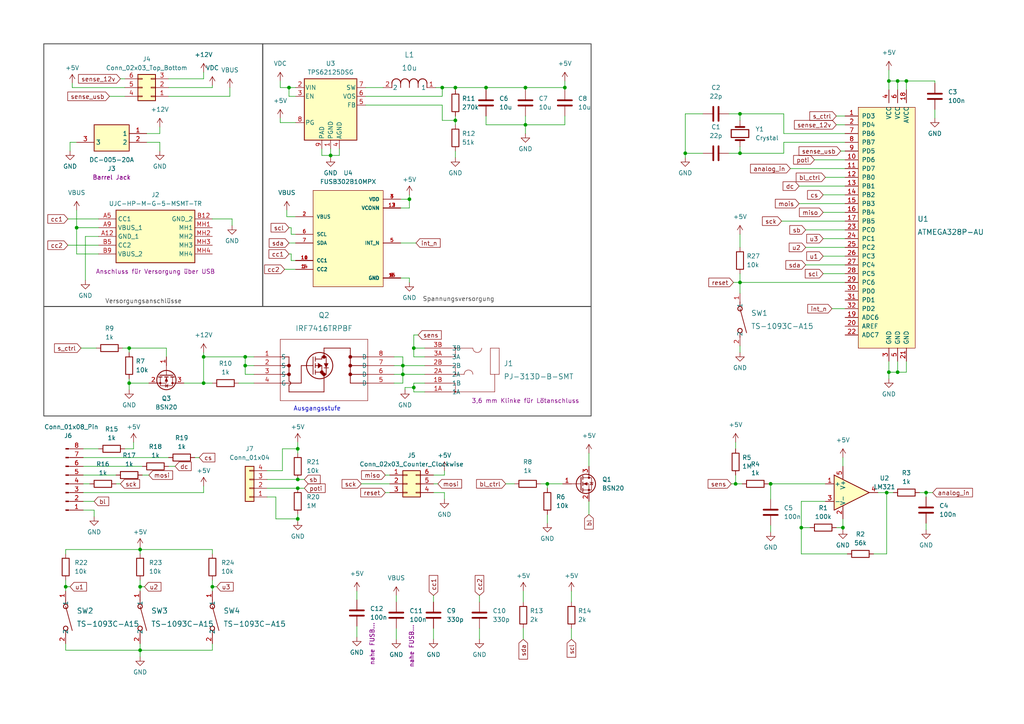
<source format=kicad_sch>
(kicad_sch (version 20230121) (generator eeschema)
  (paper "A4")
  (junction (at 86.36 150.495))
  (junction (at 86.36 141.605))
  (junction (at 268.605 142.875))
  (junction (at 213.36 140.335))
  (junction (at 116.84 108.585))
  (junction (at 152.4 36.195))
  (junction (at 260.35 23.495))
  (junction (at 158.75 140.335))
  (junction (at 71.12 103.505))
  (junction (at 59.055 111.125))
  (junction (at 61.595 170.18))
  (junction (at 95.885 45.085))
  (junction (at 260.35 107.95))
  (junction (at 257.81 23.495))
  (junction (at 71.12 106.045))
  (junction (at 40.64 159.385))
  (junction (at 118.745 57.785))
  (junction (at 257.175 142.875))
  (junction (at 19.05 170.18))
  (junction (at 40.64 170.18))
  (junction (at 152.4 25.4))
  (junction (at 262.89 23.495))
  (junction (at 37.465 111.125))
  (junction (at 59.055 103.505))
  (junction (at 83.82 25.4))
  (junction (at 37.465 100.965))
  (junction (at 40.64 188.595))
  (junction (at 22.225 66.04))
  (junction (at 257.81 107.95))
  (junction (at 244.475 153.035))
  (junction (at 132.08 25.4))
  (junction (at 214.63 81.915))
  (junction (at 120.015 112.395))
  (junction (at 86.36 130.175))
  (junction (at 214.63 44.45))
  (junction (at 132.08 34.925))
  (junction (at 198.755 44.45))
  (junction (at 86.36 139.065))
  (junction (at 163.83 25.4))
  (junction (at 223.52 140.335))
  (junction (at 232.41 153.035))
  (junction (at 128.27 25.4))
  (junction (at 140.97 25.4))
  (junction (at 120.015 100.965))
  (junction (at 116.84 106.045))
  (junction (at 214.63 33.02))
  (wire (pts (xy 83.82 25.4) (xy 85.725 25.4)))
  (wire (pts (xy 95.885 45.085) (xy 95.885 45.72)))
  (wire (pts (xy 59.055 103.505) (xy 71.12 103.505)))
  (wire (pts (xy 123.19 111.125) (xy 120.015 111.125)))
  (wire (pts (xy 23.495 100.965) (xy 27.94 100.965)))
  (wire (pts (xy 139.065 182.245) (xy 139.065 185.42)))
  (wire (pts (xy 40.64 186.69) (xy 40.64 188.595)))
  (wire (pts (xy 81.28 25.4) (xy 83.82 25.4)))
  (wire (pts (xy 24.13 137.795) (xy 33.655 137.795)))
  (wire (pts (xy 268.605 142.875) (xy 268.605 144.145)))
  (wire (pts (xy 271.145 23.495) (xy 262.89 23.495)))
  (wire (pts (xy 35.56 100.965) (xy 37.465 100.965)))
  (wire (pts (xy 106.045 30.48) (xy 128.27 30.48)))
  (wire (pts (xy 227.33 33.02) (xy 227.33 38.735)))
  (wire (pts (xy 128.27 34.925) (xy 132.08 34.925)))
  (wire (pts (xy 24.13 140.335) (xy 26.035 140.335)))
  (wire (pts (xy 81.28 35.56) (xy 85.725 35.56)))
  (wire (pts (xy 84.455 67.945) (xy 84.455 66.04)))
  (wire (pts (xy 123.19 103.505) (xy 120.015 103.505)))
  (wire (pts (xy 140.97 25.4) (xy 132.08 25.4)))
  (wire (pts (xy 40.64 168.275) (xy 40.64 170.18)))
  (wire (pts (xy 165.735 182.245) (xy 165.735 185.42)))
  (wire (pts (xy 19.685 71.12) (xy 28.575 71.12)))
  (wire (pts (xy 83.82 66.04) (xy 84.455 66.04)))
  (wire (pts (xy 20.32 43.815) (xy 20.32 41.275)))
  (wire (pts (xy 98.425 43.18) (xy 98.425 45.085)))
  (wire (pts (xy 73.66 106.045) (xy 71.12 106.045)))
  (wire (pts (xy 95.885 43.18) (xy 95.885 45.085)))
  (wire (pts (xy 111.76 137.795) (xy 113.03 137.795)))
  (wire (pts (xy 229.235 48.895) (xy 245.11 48.895)))
  (wire (pts (xy 132.08 34.925) (xy 132.08 33.655)))
  (wire (pts (xy 48.895 27.94) (xy 66.675 27.94)))
  (wire (pts (xy 71.12 103.505) (xy 71.12 106.045)))
  (wire (pts (xy 163.83 25.4) (xy 152.4 25.4)))
  (wire (pts (xy 77.47 141.605) (xy 86.36 141.605)))
  (wire (pts (xy 271.145 24.13) (xy 271.145 23.495)))
  (wire (pts (xy 151.765 182.245) (xy 151.765 185.42)))
  (wire (pts (xy 19.05 170.18) (xy 19.05 171.45)))
  (wire (pts (xy 260.35 23.495) (xy 262.89 23.495)))
  (wire (pts (xy 114.3 108.585) (xy 116.84 108.585)))
  (wire (pts (xy 86.36 139.065) (xy 88.265 139.065)))
  (wire (pts (xy 132.08 26.035) (xy 132.08 25.4)))
  (wire (pts (xy 125.73 142.875) (xy 128.905 142.875)))
  (wire (pts (xy 36.195 130.175) (xy 38.735 130.175)))
  (wire (pts (xy 260.35 104.775) (xy 260.35 107.95)))
  (wire (pts (xy 223.52 140.335) (xy 239.395 140.335)))
  (wire (pts (xy 116.205 60.325) (xy 118.745 60.325)))
  (wire (pts (xy 232.41 153.035) (xy 232.41 160.655)))
  (wire (pts (xy 41.275 137.795) (xy 43.18 137.795)))
  (wire (pts (xy 59.055 103.505) (xy 59.055 111.125)))
  (wire (pts (xy 40.64 170.18) (xy 41.91 170.18)))
  (wire (pts (xy 83.185 60.96) (xy 83.185 62.865)))
  (wire (pts (xy 83.82 70.485) (xy 85.725 70.485)))
  (wire (pts (xy 19.685 63.5) (xy 28.575 63.5)))
  (wire (pts (xy 33.655 140.335) (xy 34.925 140.335)))
  (wire (pts (xy 22.225 73.66) (xy 22.225 66.04)))
  (wire (pts (xy 116.205 70.485) (xy 120.65 70.485)))
  (wire (pts (xy 86.36 128.27) (xy 86.36 130.175)))
  (wire (pts (xy 84.455 75.565) (xy 84.455 73.66)))
  (wire (pts (xy 118.745 80.645) (xy 118.745 81.915)))
  (wire (pts (xy 59.055 102.235) (xy 59.055 103.505)))
  (wire (pts (xy 61.595 25.4) (xy 61.595 24.765)))
  (wire (pts (xy 116.84 108.585) (xy 123.19 108.585)))
  (wire (pts (xy 116.205 80.645) (xy 118.745 80.645)))
  (wire (pts (xy 34.925 22.86) (xy 36.195 22.86)))
  (wire (pts (xy 106.045 25.4) (xy 111.125 25.4)))
  (wire (pts (xy 242.57 153.035) (xy 244.475 153.035)))
  (wire (pts (xy 158.75 140.335) (xy 158.75 141.605)))
  (wire (pts (xy 37.465 111.125) (xy 43.18 111.125)))
  (wire (pts (xy 223.52 152.4) (xy 223.52 154.305)))
  (wire (pts (xy 24.13 147.955) (xy 27.305 147.955)))
  (wire (pts (xy 37.465 100.965) (xy 48.26 100.965)))
  (wire (pts (xy 231.775 53.975) (xy 245.11 53.975)))
  (wire (pts (xy 151.765 171.45) (xy 151.765 174.625)))
  (wire (pts (xy 271.145 31.75) (xy 271.145 34.29)))
  (wire (pts (xy 81.915 136.525) (xy 81.915 130.175)))
  (wire (pts (xy 103.505 171.45) (xy 103.505 173.99)))
  (wire (pts (xy 20.955 25.4) (xy 20.955 24.13)))
  (wire (pts (xy 211.455 33.02) (xy 214.63 33.02)))
  (wire (pts (xy 254.635 142.875) (xy 257.175 142.875)))
  (wire (pts (xy 116.84 103.505) (xy 116.84 106.045)))
  (wire (pts (xy 198.755 33.02) (xy 198.755 44.45)))
  (wire (pts (xy 117.475 113.03) (xy 117.475 112.395)))
  (wire (pts (xy 238.76 61.595) (xy 245.11 61.595)))
  (wire (pts (xy 262.89 104.775) (xy 262.89 107.95)))
  (wire (pts (xy 80.01 144.145) (xy 80.01 150.495)))
  (wire (pts (xy 120.015 100.965) (xy 120.015 97.155)))
  (wire (pts (xy 98.425 45.085) (xy 95.885 45.085)))
  (wire (pts (xy 77.47 144.145) (xy 80.01 144.145)))
  (wire (pts (xy 163.83 26.035) (xy 163.83 25.4)))
  (wire (pts (xy 118.745 60.325) (xy 118.745 57.785)))
  (wire (pts (xy 120.015 113.665) (xy 123.19 113.665)))
  (wire (pts (xy 67.31 63.5) (xy 67.31 65.405)))
  (wire (pts (xy 61.595 186.69) (xy 61.595 188.595)))
  (wire (pts (xy 152.4 36.195) (xy 152.4 38.735)))
  (wire (pts (xy 242.57 33.655) (xy 245.11 33.655)))
  (wire (pts (xy 257.81 107.95) (xy 257.81 109.855)))
  (wire (pts (xy 120.015 100.965) (xy 123.19 100.965)))
  (wire (pts (xy 61.595 188.595) (xy 40.64 188.595)))
  (wire (pts (xy 257.81 104.775) (xy 257.81 107.95)))
  (wire (pts (xy 114.935 182.245) (xy 114.935 185.42)))
  (wire (pts (xy 24.765 68.58) (xy 28.575 68.58)))
  (wire (pts (xy 46.355 38.735) (xy 46.355 36.83)))
  (wire (pts (xy 232.41 145.415) (xy 239.395 145.415)))
  (wire (pts (xy 81.28 23.495) (xy 81.28 25.4)))
  (wire (pts (xy 48.895 22.86) (xy 59.055 22.86)))
  (wire (pts (xy 114.3 103.505) (xy 116.84 103.505)))
  (wire (pts (xy 48.895 135.255) (xy 50.8 135.255)))
  (wire (pts (xy 24.13 130.175) (xy 28.575 130.175)))
  (wire (pts (xy 260.35 23.495) (xy 260.35 26.035)))
  (wire (pts (xy 203.835 33.02) (xy 198.755 33.02)))
  (wire (pts (xy 86.36 130.175) (xy 86.36 131.445)))
  (wire (pts (xy 116.84 111.125) (xy 116.84 108.585)))
  (wire (pts (xy 37.465 111.125) (xy 37.465 113.03)))
  (wire (pts (xy 214.63 44.45) (xy 214.63 42.545)))
  (wire (pts (xy 125.73 140.335) (xy 127 140.335)))
  (wire (pts (xy 125.73 137.795) (xy 128.905 137.795)))
  (wire (pts (xy 268.605 142.875) (xy 270.51 142.875)))
  (wire (pts (xy 140.97 26.035) (xy 140.97 25.4)))
  (wire (pts (xy 117.475 112.395) (xy 120.015 112.395)))
  (wire (pts (xy 140.97 36.195) (xy 152.4 36.195)))
  (wire (pts (xy 227.33 38.735) (xy 245.11 38.735)))
  (wire (pts (xy 132.08 34.925) (xy 132.08 36.195)))
  (wire (pts (xy 20.32 41.275) (xy 22.225 41.275)))
  (wire (pts (xy 19.05 170.18) (xy 20.32 170.18)))
  (wire (pts (xy 85.725 75.565) (xy 84.455 75.565)))
  (wire (pts (xy 244.475 153.035) (xy 244.475 153.67)))
  (wire (pts (xy 116.84 106.045) (xy 116.84 108.585)))
  (wire (pts (xy 61.595 168.275) (xy 61.595 170.18)))
  (wire (pts (xy 132.08 25.4) (xy 128.27 25.4)))
  (wire (pts (xy 165.735 171.45) (xy 165.735 174.625)))
  (wire (pts (xy 86.36 149.225) (xy 86.36 150.495)))
  (wire (pts (xy 116.84 106.045) (xy 123.19 106.045)))
  (wire (pts (xy 46.355 43.815) (xy 46.355 41.275)))
  (wire (pts (xy 232.41 145.415) (xy 232.41 153.035)))
  (wire (pts (xy 222.885 140.335) (xy 223.52 140.335)))
  (wire (pts (xy 128.27 25.4) (xy 126.365 25.4)))
  (wire (pts (xy 83.185 62.865) (xy 85.725 62.865)))
  (wire (pts (xy 238.76 74.295) (xy 245.11 74.295)))
  (wire (pts (xy 146.685 140.335) (xy 149.225 140.335)))
  (wire (pts (xy 81.915 130.175) (xy 86.36 130.175)))
  (wire (pts (xy 42.545 38.735) (xy 46.355 38.735)))
  (wire (pts (xy 232.41 153.035) (xy 234.95 153.035)))
  (wire (pts (xy 40.64 188.595) (xy 40.64 190.5)))
  (wire (pts (xy 19.05 188.595) (xy 40.64 188.595)))
  (wire (pts (xy 114.935 172.72) (xy 114.935 174.625)))
  (wire (pts (xy 24.13 142.875) (xy 59.055 142.875)))
  (wire (pts (xy 163.83 33.655) (xy 163.83 36.195)))
  (wire (pts (xy 241.3 89.535) (xy 245.11 89.535)))
  (wire (pts (xy 114.3 111.125) (xy 116.84 111.125)))
  (wire (pts (xy 82.55 78.105) (xy 85.725 78.105)))
  (wire (pts (xy 152.4 36.195) (xy 163.83 36.195)))
  (wire (pts (xy 31.75 27.94) (xy 36.195 27.94)))
  (wire (pts (xy 212.09 140.335) (xy 213.36 140.335)))
  (wire (pts (xy 73.66 108.585) (xy 71.12 108.585)))
  (wire (pts (xy 128.27 30.48) (xy 128.27 34.925)))
  (wire (pts (xy 114.3 106.045) (xy 116.84 106.045)))
  (wire (pts (xy 212.725 81.915) (xy 214.63 81.915)))
  (wire (pts (xy 61.595 160.655) (xy 61.595 159.385)))
  (wire (pts (xy 239.395 51.435) (xy 245.11 51.435)))
  (wire (pts (xy 214.63 34.925) (xy 214.63 33.02)))
  (wire (pts (xy 211.455 44.45) (xy 214.63 44.45)))
  (wire (pts (xy 238.76 79.375) (xy 245.11 79.375)))
  (wire (pts (xy 40.64 159.385) (xy 40.64 160.655)))
  (wire (pts (xy 66.675 27.94) (xy 66.675 25.4)))
  (wire (pts (xy 268.605 151.765) (xy 268.605 153.67)))
  (wire (pts (xy 170.815 145.415) (xy 170.815 149.225)))
  (wire (pts (xy 198.755 44.45) (xy 198.755 45.72)))
  (wire (pts (xy 71.12 103.505) (xy 73.66 103.505)))
  (wire (pts (xy 83.82 73.66) (xy 84.455 73.66)))
  (wire (pts (xy 59.055 22.86) (xy 59.055 20.955)))
  (wire (pts (xy 227.33 41.275) (xy 227.33 44.45)))
  (wire (pts (xy 238.76 56.515) (xy 245.11 56.515)))
  (wire (pts (xy 245.11 81.915) (xy 214.63 81.915)))
  (wire (pts (xy 83.82 27.94) (xy 83.82 25.4)))
  (wire (pts (xy 226.695 64.135) (xy 245.11 64.135)))
  (wire (pts (xy 19.05 168.275) (xy 19.05 170.18)))
  (wire (pts (xy 140.97 33.655) (xy 140.97 36.195)))
  (wire (pts (xy 214.63 81.915) (xy 214.63 85.09)))
  (wire (pts (xy 93.345 43.18) (xy 93.345 45.085)))
  (wire (pts (xy 152.4 33.655) (xy 152.4 36.195)))
  (wire (pts (xy 111.76 142.875) (xy 113.03 142.875)))
  (wire (pts (xy 266.7 142.875) (xy 268.605 142.875)))
  (wire (pts (xy 19.05 160.655) (xy 19.05 159.385)))
  (wire (pts (xy 27.305 147.955) (xy 27.305 149.86)))
  (wire (pts (xy 262.89 23.495) (xy 262.89 26.035)))
  (wire (pts (xy 93.345 45.085) (xy 95.885 45.085)))
  (wire (pts (xy 40.64 159.385) (xy 40.64 158.75)))
  (wire (pts (xy 156.845 140.335) (xy 158.75 140.335)))
  (wire (pts (xy 61.595 170.18) (xy 62.865 170.18)))
  (wire (pts (xy 244.475 132.715) (xy 244.475 135.255)))
  (wire (pts (xy 231.775 59.055) (xy 245.11 59.055)))
  (wire (pts (xy 213.36 128.27) (xy 213.36 130.175)))
  (wire (pts (xy 20.955 25.4) (xy 36.195 25.4)))
  (wire (pts (xy 128.905 142.875) (xy 128.905 144.78)))
  (wire (pts (xy 214.63 100.33) (xy 214.63 102.235)))
  (wire (pts (xy 132.08 43.815) (xy 132.08 45.72)))
  (wire (pts (xy 125.73 172.72) (xy 125.73 174.625)))
  (wire (pts (xy 38.735 130.175) (xy 38.735 128.27)))
  (wire (pts (xy 214.63 33.02) (xy 227.33 33.02)))
  (wire (pts (xy 24.13 132.715) (xy 48.895 132.715)))
  (wire (pts (xy 71.12 108.585) (xy 71.12 106.045)))
  (wire (pts (xy 213.36 140.335) (xy 215.265 140.335)))
  (wire (pts (xy 103.505 181.61) (xy 103.505 184.785)))
  (wire (pts (xy 242.57 36.195) (xy 245.11 36.195)))
  (wire (pts (xy 104.775 140.335) (xy 113.03 140.335)))
  (wire (pts (xy 28.575 73.66) (xy 22.225 73.66)))
  (wire (pts (xy 22.225 66.04) (xy 28.575 66.04)))
  (wire (pts (xy 257.81 23.495) (xy 260.35 23.495)))
  (wire (pts (xy 257.175 142.875) (xy 259.08 142.875)))
  (wire (pts (xy 128.905 137.795) (xy 128.905 136.525)))
  (wire (pts (xy 214.63 67.945) (xy 214.63 71.755)))
  (wire (pts (xy 24.765 81.28) (xy 24.765 68.58)))
  (wire (pts (xy 61.595 170.18) (xy 61.595 171.45)))
  (wire (pts (xy 120.015 112.395) (xy 120.015 113.665)))
  (wire (pts (xy 120.015 103.505) (xy 120.015 100.965)))
  (wire (pts (xy 48.26 100.965) (xy 48.26 103.505)))
  (wire (pts (xy 69.215 111.125) (xy 73.66 111.125)))
  (wire (pts (xy 170.815 131.445) (xy 170.815 135.255)))
  (wire (pts (xy 128.27 27.94) (xy 128.27 25.4)))
  (wire (pts (xy 86.36 141.605) (xy 88.265 141.605)))
  (wire (pts (xy 243.84 43.815) (xy 245.11 43.815)))
  (wire (pts (xy 238.76 69.215) (xy 245.11 69.215)))
  (wire (pts (xy 53.34 111.125) (xy 59.055 111.125)))
  (wire (pts (xy 158.75 140.335) (xy 163.195 140.335)))
  (wire (pts (xy 40.64 159.385) (xy 61.595 159.385)))
  (wire (pts (xy 163.83 23.495) (xy 163.83 25.4)))
  (wire (pts (xy 85.725 67.945) (xy 84.455 67.945)))
  (wire (pts (xy 116.205 57.785) (xy 118.745 57.785)))
  (wire (pts (xy 77.47 136.525) (xy 81.915 136.525)))
  (wire (pts (xy 86.36 150.495) (xy 86.36 151.13)))
  (wire (pts (xy 80.01 150.495) (xy 86.36 150.495)))
  (wire (pts (xy 244.475 150.495) (xy 244.475 153.035)))
  (wire (pts (xy 227.33 44.45) (xy 214.63 44.45)))
  (wire (pts (xy 236.22 46.355) (xy 245.11 46.355)))
  (wire (pts (xy 233.68 76.835) (xy 245.11 76.835)))
  (wire (pts (xy 56.515 132.715) (xy 57.785 132.715)))
  (wire (pts (xy 120.015 97.155) (xy 121.285 97.155)))
  (wire (pts (xy 125.73 182.245) (xy 125.73 185.42)))
  (wire (pts (xy 24.13 135.255) (xy 41.275 135.255)))
  (wire (pts (xy 106.045 27.94) (xy 128.27 27.94)))
  (wire (pts (xy 139.065 172.72) (xy 139.065 174.625)))
  (wire (pts (xy 214.63 81.915) (xy 214.63 79.375)))
  (wire (pts (xy 198.755 44.45) (xy 203.835 44.45)))
  (wire (pts (xy 85.725 27.94) (xy 83.82 27.94)))
  (wire (pts (xy 40.64 170.18) (xy 40.64 171.45)))
  (wire (pts (xy 257.175 160.655) (xy 257.175 142.875)))
  (wire (pts (xy 59.055 142.875) (xy 59.055 140.97)))
  (wire (pts (xy 253.365 160.655) (xy 257.175 160.655)))
  (wire (pts (xy 24.13 145.415) (xy 27.305 145.415)))
  (wire (pts (xy 223.52 140.335) (xy 223.52 144.78)))
  (wire (pts (xy 158.75 149.225) (xy 158.75 151.765)))
  (wire (pts (xy 233.68 66.675) (xy 245.11 66.675)))
  (wire (pts (xy 260.35 107.95) (xy 257.81 107.95)))
  (wire (pts (xy 46.355 41.275) (xy 42.545 41.275)))
  (wire (pts (xy 232.41 160.655) (xy 245.745 160.655)))
  (wire (pts (xy 262.89 107.95) (xy 260.35 107.95)))
  (wire (pts (xy 233.68 71.755) (xy 245.11 71.755)))
  (wire (pts (xy 59.055 111.125) (xy 61.595 111.125)))
  (wire (pts (xy 48.895 25.4) (xy 61.595 25.4)))
  (wire (pts (xy 37.465 109.855) (xy 37.465 111.125)))
  (wire (pts (xy 22.225 60.96) (xy 22.225 66.04)))
  (wire (pts (xy 257.81 20.32) (xy 257.81 23.495)))
  (wire (pts (xy 213.36 137.795) (xy 213.36 140.335)))
  (wire (pts (xy 152.4 25.4) (xy 140.97 25.4)))
  (wire (pts (xy 61.595 63.5) (xy 67.31 63.5)))
  (wire (pts (xy 120.015 111.125) (xy 120.015 112.395)))
  (wire (pts (xy 245.11 41.275) (xy 227.33 41.275)))
  (wire (pts (xy 81.28 34.29) (xy 81.28 35.56)))
  (wire (pts (xy 19.05 186.69) (xy 19.05 188.595)))
  (wire (pts (xy 19.05 159.385) (xy 40.64 159.385)))
  (wire (pts (xy 152.4 26.035) (xy 152.4 25.4)))
  (wire (pts (xy 118.745 57.785) (xy 118.745 56.515)))
  (wire (pts (xy 257.81 23.495) (xy 257.81 26.035)))
  (wire (pts (xy 77.47 139.065) (xy 86.36 139.065)))
  (wire (pts (xy 37.465 100.965) (xy 37.465 102.235)))
  (rectangle (start 12.7 12.7) (end 76.2 88.9) (stroke (width 0.25) (color 72 72 72 1)))
  (rectangle (start 76.2 12.7) (end 171.45 88.9) (stroke (width 0.25) (color 72 72 72 1)))
  (rectangle (start 12.7 88.9) (end 171.45 120.65) (stroke (width 0.25) (color 72 72 72 1)))
  (text "Ausgangsstufe" (at 85.09 119.38 0) (effects (font (size 1.27 1.27)) (justify left bottom)))
  (text "Spannungsversorgung" (at 122.555 87.63 0) (effects (font (size 1.27 1.27)) (justify left bottom)))
  (text "Versorgungsanschlüsse" (at 30.48 88.265 0) (effects (font (size 1.27 1.27)) (justify left bottom)))
  (global_label "sda" (shape input) (at 83.82 70.485 180) (property "Intersheetrefs" "${INTERSHEET_REFS}" (effects hide)))
  (global_label "u3" (shape input) (at 62.865 170.18 0) (property "Intersheetrefs" "${INTERSHEET_REFS}" (effects hide)))
  (global_label "sck" (shape input) (at 34.925 140.335 0) (property "Intersheetrefs" "${INTERSHEET_REFS}" (effects hide)))
  (global_label "poti" (shape input) (at 236.22 46.355 180) (property "Intersheetrefs" "${INTERSHEET_REFS}" (effects hide)))
  (global_label "bl_ctrl" (shape input) (at 239.395 51.435 180) (property "Intersheetrefs" "${INTERSHEET_REFS}" (effects hide)))
  (global_label "sens" (shape input) (at 121.285 97.155 0) (property "Intersheetrefs" "${INTERSHEET_REFS}" (effects hide)))
  (global_label "cc1" (shape input) (at 83.82 73.66 180) (property "Intersheetrefs" "${INTERSHEET_REFS}" (effects hide)))
  (global_label "s_ctrl" (shape input) (at 23.495 100.965 180) (property "Intersheetrefs" "${INTERSHEET_REFS}" (effects hide)))
  (global_label "analog_in" (shape input) (at 229.235 48.895 180) (property "Intersheetrefs" "${INTERSHEET_REFS}" (effects hide)))
  (global_label "cs" (shape input) (at 57.785 132.715 0) (property "Intersheetrefs" "${INTERSHEET_REFS}" (effects hide)))
  (global_label "u1" (shape input) (at 20.32 170.18 0) (property "Intersheetrefs" "${INTERSHEET_REFS}" (effects hide)))
  (global_label "reset" (shape input) (at 111.76 142.875 180) (property "Intersheetrefs" "${INTERSHEET_REFS}" (effects hide)))
  (global_label "int_n" (shape input) (at 241.3 89.535 180) (property "Intersheetrefs" "${INTERSHEET_REFS}" (effects hide)))
  (global_label "bl" (shape input) (at 27.305 145.415 0) (property "Intersheetrefs" "${INTERSHEET_REFS}" (effects hide)))
  (global_label "mosi" (shape input) (at 43.18 137.795 0) (property "Intersheetrefs" "${INTERSHEET_REFS}" (effects hide)))
  (global_label "miso" (shape input) (at 111.76 137.795 180) (property "Intersheetrefs" "${INTERSHEET_REFS}" (effects hide)))
  (global_label "sda" (shape input) (at 151.765 185.42 270) (property "Intersheetrefs" "${INTERSHEET_REFS}" (effects hide)))
  (global_label "u1" (shape input) (at 238.76 74.295 180) (property "Intersheetrefs" "${INTERSHEET_REFS}" (effects hide)))
  (global_label "poti" (shape input) (at 88.265 141.605 0) (property "Intersheetrefs" "${INTERSHEET_REFS}" (effects hide)))
  (global_label "sda" (shape input) (at 233.68 76.835 180) (property "Intersheetrefs" "${INTERSHEET_REFS}" (effects hide)))
  (global_label "dc" (shape input) (at 50.8 135.255 0) (property "Intersheetrefs" "${INTERSHEET_REFS}" (effects hide)))
  (global_label "scl" (shape input) (at 165.735 185.42 270) (property "Intersheetrefs" "${INTERSHEET_REFS}" (effects hide)))
  (global_label "u2" (shape input) (at 41.91 170.18 0) (property "Intersheetrefs" "${INTERSHEET_REFS}" (effects hide)))
  (global_label "cs" (shape input) (at 238.76 56.515 180) (property "Intersheetrefs" "${INTERSHEET_REFS}" (effects hide)))
  (global_label "cc2" (shape input) (at 139.065 172.72 90) (property "Intersheetrefs" "${INTERSHEET_REFS}" (effects hide)))
  (global_label "sense_12v" (shape input) (at 242.57 36.195 180) (property "Intersheetrefs" "${INTERSHEET_REFS}" (effects hide)))
  (global_label "s_ctrl" (shape input) (at 242.57 33.655 180) (property "Intersheetrefs" "${INTERSHEET_REFS}" (effects hide)))
  (global_label "sb" (shape input) (at 88.265 139.065 0) (property "Intersheetrefs" "${INTERSHEET_REFS}" (effects hide)))
  (global_label "sense_12v" (shape input) (at 34.925 22.86 180) (property "Intersheetrefs" "${INTERSHEET_REFS}" (effects hide)))
  (global_label "mois" (shape input) (at 231.775 59.055 180) (property "Intersheetrefs" "${INTERSHEET_REFS}" (effects hide)))
  (global_label "analog_in" (shape input) (at 270.51 142.875 0) (property "Intersheetrefs" "${INTERSHEET_REFS}" (effects hide)))
  (global_label "dc" (shape input) (at 231.775 53.975 180) (property "Intersheetrefs" "${INTERSHEET_REFS}" (effects hide)))
  (global_label "mosi" (shape input) (at 127 140.335 0) (property "Intersheetrefs" "${INTERSHEET_REFS}" (effects hide)))
  (global_label "scl" (shape input) (at 238.76 79.375 180) (property "Intersheetrefs" "${INTERSHEET_REFS}" (effects hide)))
  (global_label "sck" (shape input) (at 104.775 140.335 180) (property "Intersheetrefs" "${INTERSHEET_REFS}" (effects hide)))
  (global_label "u2" (shape input) (at 233.68 71.755 180) (property "Intersheetrefs" "${INTERSHEET_REFS}" (effects hide)))
  (global_label "sense_usb" (shape input) (at 31.75 27.94 180) (property "Intersheetrefs" "${INTERSHEET_REFS}" (effects hide)))
  (global_label "bl" (shape input) (at 170.815 149.225 270) (property "Intersheetrefs" "${INTERSHEET_REFS}" (effects hide)))
  (global_label "cc1" (shape input) (at 19.685 63.5 180) (property "Intersheetrefs" "${INTERSHEET_REFS}" (effects hide)))
  (global_label "miso" (shape input) (at 238.76 61.595 180) (property "Intersheetrefs" "${INTERSHEET_REFS}" (effects hide)))
  (global_label "int_n" (shape input) (at 120.65 70.485 0) (property "Intersheetrefs" "${INTERSHEET_REFS}" (effects hide)))
  (global_label "reset" (shape input) (at 212.725 81.915 180) (property "Intersheetrefs" "${INTERSHEET_REFS}" (effects hide)))
  (global_label "cc2" (shape input) (at 19.685 71.12 180) (property "Intersheetrefs" "${INTERSHEET_REFS}" (effects hide)))
  (global_label "sb" (shape input) (at 233.68 66.675 180) (property "Intersheetrefs" "${INTERSHEET_REFS}" (effects hide)))
  (global_label "scl" (shape input) (at 83.82 66.04 180) (property "Intersheetrefs" "${INTERSHEET_REFS}" (effects hide)))
  (global_label "u3" (shape input) (at 238.76 69.215 180) (property "Intersheetrefs" "${INTERSHEET_REFS}" (effects hide)))
  (global_label "cc2" (shape input) (at 82.55 78.105 180) (property "Intersheetrefs" "${INTERSHEET_REFS}" (effects hide)))
  (global_label "sck" (shape input) (at 226.695 64.135 180) (property "Intersheetrefs" "${INTERSHEET_REFS}" (effects hide)))
  (global_label "bl_ctrl" (shape input) (at 146.685 140.335 180) (property "Intersheetrefs" "${INTERSHEET_REFS}" (effects hide)))
  (global_label "cc1" (shape input) (at 125.73 172.72 90) (property "Intersheetrefs" "${INTERSHEET_REFS}" (effects hide)))
  (global_label "sense_usb" (shape input) (at 243.84 43.815 180) (property "Intersheetrefs" "${INTERSHEET_REFS}" (effects hide)))
  (global_label "sens" (shape input) (at 212.09 140.335 180) (property "Intersheetrefs" "${INTERSHEET_REFS}" (effects hide)))
  (symbol (lib_id "power:GND") (at 40.64 190.5 0) (unit 1)
    (property "Reference" "#PWR051" (effects hide))
    (property "Value" "GND" (at 40.64 194.945 0))
  )
  (symbol (lib_id "NLCV32T-100K-EF:NLCV32T-100K-EF") (at 111.125 25.4 0) (unit 1)
    (property "Reference" "L1" (at 118.745 15.875 0) (effects (font (size 1.524 1.524))))
    (property "Value" "10u" (at 118.745 19.685 0) (effects (font (size 1.524 1.524))))
    (property "Footprint" "IND_NLCV32T_TDK" (effects hide))
    (property "Datasheet" "NLCV32T-100K-EF" (effects hide))
  )
  (symbol (lib_id "Device:C") (at 139.065 178.435 180) (unit 1)
    (property "Reference" "C10" (at 142.875 177.165 0) (effects (justify right)))
    (property "Value" "330p" (at 142.875 179.705 0) (effects (justify right)))
    (property "Footprint" "Resistor_SMD:R_1206_3216Metric_Pad1.30x1.75mm_HandSolder" (effects hide))
  )
  (symbol (lib_id "Connector_Generic:Conn_01x04") (at 72.39 141.605 180) (unit 1)
    (property "Reference" "J7" (at 72.39 130.175 0))
    (property "Value" "Conn_01x04" (at 72.39 132.715 0))
    (property "Footprint" "Connector:FanPinHeader_1x04_P2.54mm_Vertical" (effects hide))
  )
  (symbol (lib_id "power:GND") (at 37.465 113.03 0) (unit 1)
    (property "Reference" "#PWR08" (effects hide))
    (property "Value" "GND" (at 37.465 117.475 0))
  )
  (symbol (lib_id "power:+5V") (at 81.28 34.29 0) (unit 1)
    (property "Reference" "#PWR031" (effects hide))
    (property "Value" "+5V" (at 81.28 29.21 0))
  )
  (symbol (lib_id "Device:R") (at 158.75 145.415 180) (unit 1)
    (property "Reference" "R6" (at 161.29 144.145 0) (effects (justify right)))
    (property "Value" "10k" (at 161.29 146.685 0) (effects (justify right)))
    (property "Footprint" "Resistor_SMD:R_1206_3216Metric_Pad1.30x1.75mm_HandSolder" (effects hide))
  )
  (symbol (lib_id "Device:R") (at 31.75 100.965 270) (unit 1)
    (property "Reference" "R9" (at 31.75 95.25 90))
    (property "Value" "1k" (at 31.75 97.79 90))
    (property "Footprint" "Resistor_SMD:R_1206_3216Metric_Pad1.30x1.75mm_HandSolder" (effects hide))
  )
  (symbol (lib_id "Device:R") (at 32.385 130.175 270) (unit 1)
    (property "Reference" "R15" (at 32.385 124.46 90))
    (property "Value" "1k" (at 32.385 127 90))
    (property "Footprint" "Resistor_SMD:R_1206_3216Metric_Pad1.30x1.75mm_HandSolder" (effects hide))
  )
  (symbol (lib_id "Device:C") (at 103.505 177.8 180) (unit 1)
    (property "Reference" "C12" (at 107.315 176.53 0) (effects (justify right)))
    (property "Value" "100n" (at 107.315 179.07 0) (effects (justify right)))
    (property "Footprint" "Resistor_SMD:R_1206_3216Metric_Pad1.30x1.75mm_HandSolder" (effects hide))
    (property "note" "nahe FUSB..." (at 107.95 186.69 90))
  )
  (symbol (lib_id "Device:R") (at 19.05 164.465 0) (unit 1)
    (property "Reference" "R22" (at 21.59 163.195 0) (effects (justify left)))
    (property "Value" "10k" (at 21.59 165.735 0) (effects (justify left)))
    (property "Footprint" "Resistor_SMD:R_1206_3216Metric_Pad1.30x1.75mm_HandSolder" (effects hide))
  )
  (symbol (lib_id "power:+5V") (at 38.735 128.27 0) (unit 1)
    (property "Reference" "#PWR046" (effects hide))
    (property "Value" "+5V" (at 38.735 123.825 0))
  )
  (symbol (lib_id "power:GND") (at 152.4 38.735 0) (unit 1)
    (property "Reference" "#PWR028" (effects hide))
    (property "Value" "GND" (at 152.4 43.18 0))
  )
  (symbol (lib_id "Connector_Generic:Conn_02x03_Counter_Clockwise") (at 118.11 140.335 0) (unit 1)
    (property "Reference" "J5" (at 119.38 132.08 0))
    (property "Value" "Conn_02x03_Counter_Clockwise" (at 119.38 134.62 0))
    (property "Footprint" "Connector_IDC:IDC-Header_2x03_P2.54mm_Vertical" (effects hide))
  )
  (symbol (lib_id "Device:R") (at 153.035 140.335 90) (unit 1)
    (property "Reference" "R8" (at 153.035 133.985 90))
    (property "Value" "1k" (at 153.035 136.525 90))
    (property "Footprint" "Resistor_SMD:R_1206_3216Metric_Pad1.30x1.75mm_HandSolder" (effects hide))
  )
  (symbol (lib_id "Device:C") (at 271.145 27.94 180) (unit 1)
    (property "Reference" "C3" (at 274.955 26.67 0) (effects (justify right)))
    (property "Value" "100n" (at 274.955 29.21 0) (effects (justify right)))
    (property "Footprint" "Resistor_SMD:R_1206_3216Metric_Pad1.30x1.75mm_HandSolder" (effects hide))
  )
  (symbol (lib_id "power:GND") (at 20.32 43.815 0) (unit 1)
    (property "Reference" "#PWR022" (effects hide))
    (property "Value" "GND" (at 20.32 48.26 0))
  )
  (symbol (lib_id "Device:C") (at 125.73 178.435 180) (unit 1)
    (property "Reference" "C9" (at 129.54 177.165 0) (effects (justify right)))
    (property "Value" "330p" (at 129.54 179.705 0) (effects (justify right)))
    (property "Footprint" "Resistor_SMD:R_1206_3216Metric_Pad1.30x1.75mm_HandSolder" (effects hide))
  )
  (symbol (lib_id "ul_TS-1093C-A15:TS-1093C-A15") (at 40.64 171.45 270) (unit 1)
    (property "Reference" "SW3" (at 43.815 177.165 90) (effects (font (size 1.524 1.524)) (justify left)))
    (property "Value" "TS-1093C-A15" (at 43.815 180.975 90) (effects (font (size 1.524 1.524)) (justify left)))
    (property "Footprint" "SW_TS-1093C-A15_YDI" (effects hide))
    (property "Datasheet" "TS-1093C-A15" (effects hide))
  )
  (symbol (lib_id "power:GND") (at 132.08 45.72 0) (unit 1)
    (property "Reference" "#PWR026" (effects hide))
    (property "Value" "GND" (at 132.08 50.165 0))
  )
  (symbol (lib_id "Device:R") (at 86.36 135.255 0) (unit 1)
    (property "Reference" "R21" (at 88.9 133.985 0) (effects (justify left)))
    (property "Value" "10k" (at 88.9 136.525 0) (effects (justify left)))
    (property "Footprint" "Resistor_SMD:R_1206_3216Metric_Pad1.30x1.75mm_HandSolder" (effects hide))
  )
  (symbol (lib_id "Device:R") (at 65.405 111.125 270) (unit 1)
    (property "Reference" "R10" (at 65.405 105.41 90))
    (property "Value" "1k" (at 65.405 107.95 90))
    (property "Footprint" "Resistor_SMD:R_1206_3216Metric_Pad1.30x1.75mm_HandSolder" (effects hide))
  )
  (symbol (lib_id "Device:C") (at 268.605 147.955 180) (unit 1)
    (property "Reference" "C4" (at 272.415 146.685 0) (effects (justify right)))
    (property "Value" "100n" (at 272.415 149.225 0) (effects (justify right)))
    (property "Footprint" "Resistor_SMD:R_1206_3216Metric_Pad1.30x1.75mm_HandSolder" (effects hide))
  )
  (symbol (lib_id "Device:R") (at 132.08 40.005 0) (unit 1)
    (property "Reference" "R12" (at 133.985 38.735 0) (effects (justify left)))
    (property "Value" "51k" (at 133.985 41.275 0) (effects (justify left)))
    (property "Footprint" "Resistor_SMD:R_1206_3216Metric_Pad1.30x1.75mm_HandSolder" (effects hide))
  )
  (symbol (lib_id "Device:C") (at 223.52 148.59 180) (unit 1)
    (property "Reference" "C5" (at 227.33 147.32 0) (effects (justify right)))
    (property "Value" "100n" (at 227.33 149.86 0) (effects (justify right)))
    (property "Footprint" "Resistor_SMD:R_1206_3216Metric_Pad1.30x1.75mm_HandSolder" (effects hide))
  )
  (symbol (lib_id "Transistor_FET:BSN20") (at 168.275 140.335 0) (unit 1)
    (property "Reference" "Q1" (at 174.625 139.065 0) (effects (justify left)))
    (property "Value" "BSN20" (at 174.625 141.605 0) (effects (justify left)))
    (property "Footprint" "Package_TO_SOT_SMD:SOT-23" (effects hide))
    (property "Datasheet" "http://www.diodes.com/assets/Datasheets/ds31898.pdf" (effects hide))
  )
  (symbol (lib_id "power:VBUS") (at 114.935 172.72 0) (unit 1)
    (property "Reference" "#PWR041" (effects hide))
    (property "Value" "VBUS" (at 114.935 167.64 0))
  )
  (symbol (lib_id "UJC-HP-M-G-5-MSMT-TR:UJC-HP-M-G-5-MSMT-TR") (at 28.575 63.5 0) (unit 1)
    (property "Reference" "J2" (at 45.085 56.515 0))
    (property "Value" "UJC-HP-M-G-5-MSMT-TR" (at 45.085 59.055 0))
    (property "Footprint" "UJCHPMG5MSMTTR" (effects hide))
    (property "Datasheet" "https://www.cuidevices.com/product/resource/ujc-hp-m-g-5-msmt-tr.pdf" (effects hide))
    (property "Height" "2.6" (effects hide))
    (property "Mouser Part Number" "179-UJCHPMG5MSMTTR" (effects hide))
    (property "Mouser Price/Stock" "https://www.mouser.co.uk/ProductDetail/CUI-Devices/UJC-HP-M-G-5-MSMT-TR?qs=vvQtp7zwQdNoSiAt%2Fa4qvA%3D%3D" (effects hide))
    (property "Manufacturer_Name" "CUI Devices" (effects hide))
    (property "Manufacturer_Part_Number" "UJC-HP-M-G-5-MSMT-TR" (effects hide))
    (property "Note" "Anschluss für Versorgung über USB" (at 45.085 78.74 0))
  )
  (symbol (lib_id "ul_TS-1093C-A15:TS-1093C-A15") (at 214.63 85.09 270) (unit 1)
    (property "Reference" "SW1" (at 217.805 90.805 90) (effects (font (size 1.524 1.524)) (justify left)))
    (property "Value" "TS-1093C-A15" (at 217.805 94.615 90) (effects (font (size 1.524 1.524)) (justify left)))
    (property "Footprint" "SW_TS-1093C-A15_YDI" (effects hide))
    (property "Datasheet" "TS-1093C-A15" (effects hide))
  )
  (symbol (lib_id "power:GND") (at 46.355 43.815 0) (unit 1)
    (property "Reference" "#PWR021" (effects hide))
    (property "Value" "GND" (at 46.355 48.26 0))
  )
  (symbol (lib_id "power:GND") (at 257.81 109.855 0) (unit 1)
    (property "Reference" "#PWR02" (effects hide))
    (property "Value" "GND" (at 257.81 114.3 0))
  )
  (symbol (lib_id "power:GND") (at 214.63 102.235 0) (unit 1)
    (property "Reference" "#PWR04" (effects hide))
    (property "Value" "GND" (at 214.63 106.68 0))
  )
  (symbol (lib_id "power:+5V") (at 40.64 158.75 0) (unit 1)
    (property "Reference" "#PWR052" (effects hide))
    (property "Value" "+5V" (at 40.64 154.305 0))
  )
  (symbol (lib_id "power:GND") (at 95.885 45.72 0) (unit 1)
    (property "Reference" "#PWR030" (effects hide))
    (property "Value" "GND" (at 95.885 50.165 0))
  )
  (symbol (lib_id "power:+12V") (at 46.355 36.83 0) (unit 1)
    (property "Reference" "#PWR020" (effects hide))
    (property "Value" "+12V" (at 46.355 31.75 0))
  )
  (symbol (lib_id "power:+5V") (at 165.735 171.45 0) (unit 1)
    (property "Reference" "#PWR038" (effects hide))
    (property "Value" "+5V" (at 165.735 167.005 0))
  )
  (symbol (lib_id "Device:R") (at 151.765 178.435 0) (unit 1)
    (property "Reference" "R13" (at 153.67 177.165 0) (effects (justify left)))
    (property "Value" "2k" (at 153.67 179.705 0) (effects (justify left)))
    (property "Footprint" "Resistor_SMD:R_1206_3216Metric_Pad1.30x1.75mm_HandSolder" (effects hide))
  )
  (symbol (lib_id "Device:R") (at 45.085 135.255 270) (unit 1)
    (property "Reference" "R18" (at 45.085 129.54 90))
    (property "Value" "1k" (at 45.085 132.08 90))
    (property "Footprint" "Resistor_SMD:R_1206_3216Metric_Pad1.30x1.75mm_HandSolder" (effects hide))
  )
  (symbol (lib_id "power:+5V") (at 118.745 56.515 0) (unit 1)
    (property "Reference" "#PWR039" (effects hide))
    (property "Value" "+5V" (at 118.745 52.07 0))
  )
  (symbol (lib_id "PJ-313D-B-SMT:PJ-313D-B-SMT") (at 123.19 113.665 180) (unit 1)
    (property "Reference" "J1" (at 146.05 105.41 0) (effects (font (size 1.524 1.524)) (justify right)))
    (property "Value" "PJ-313D-B-SMT" (at 146.05 109.22 0) (effects (font (size 1.524 1.524)) (justify right)))
    (property "Footprint" "PJ-313D-B-SMT_XKB" (effects hide))
    (property "Datasheet" "PJ-313D-B-SMT" (effects hide))
    (property "Note" "3,6 mm Klinke für Lötanschluss" (at 152.4 116.205 0))
  )
  (symbol (lib_id "power:+5V") (at 163.83 23.495 0) (unit 1)
    (property "Reference" "#PWR029" (effects hide))
    (property "Value" "+5V" (at 163.83 18.415 0))
  )
  (symbol (lib_id "Device:R") (at 132.08 29.845 0) (unit 1)
    (property "Reference" "R11" (at 133.985 28.575 0) (effects (justify left)))
    (property "Value" "270k" (at 133.985 31.115 0) (effects (justify left)))
    (property "Footprint" "Resistor_SMD:R_1206_3216Metric_Pad1.30x1.75mm_HandSolder" (effects hide))
  )
  (symbol (lib_id "power:+5V") (at 86.36 128.27 0) (unit 1)
    (property "Reference" "#PWR048" (effects hide))
    (property "Value" "+5V" (at 86.36 123.825 0))
  )
  (symbol (lib_id "Connector_Generic:Conn_02x03_Top_Bottom") (at 43.815 25.4 180) (unit 1)
    (property "Reference" "J4" (at 42.545 17.145 0))
    (property "Value" "Conn_02x03_Top_Bottom" (at 42.545 19.685 0))
  )
  (symbol (lib_id "power:GND") (at 86.36 151.13 0) (unit 1)
    (property "Reference" "#PWR047" (effects hide))
    (property "Value" "GND" (at 86.36 155.575 0))
  )
  (symbol (lib_id "Device:R") (at 86.36 145.415 0) (unit 1)
    (property "Reference" "R20" (at 88.9 144.145 0) (effects (justify left)))
    (property "Value" "1M" (at 88.9 146.685 0) (effects (justify left)))
    (property "Footprint" "Resistor_SMD:R_1206_3216Metric_Pad1.30x1.75mm_HandSolder" (effects hide))
  )
  (symbol (lib_id "ul_TS-1093C-A15:TS-1093C-A15") (at 61.595 171.45 270) (unit 1)
    (property "Reference" "SW4" (at 64.77 177.165 90) (effects (font (size 1.524 1.524)) (justify left)))
    (property "Value" "TS-1093C-A15" (at 64.77 180.975 90) (effects (font (size 1.524 1.524)) (justify left)))
    (property "Footprint" "SW_TS-1093C-A15_YDI" (effects hide))
    (property "Datasheet" "TS-1093C-A15" (effects hide))
  )
  (symbol (lib_id "power:+12V") (at 59.055 20.955 0) (unit 1)
    (property "Reference" "#PWR023" (effects hide))
    (property "Value" "+12V" (at 59.055 15.875 0))
  )
  (symbol (lib_id "power:GND") (at 128.905 144.78 0) (unit 1)
    (property "Reference" "#PWR050" (effects hide))
    (property "Value" "GND" (at 128.905 149.225 0))
  )
  (symbol (lib_id "Device:C") (at 207.645 33.02 90) (unit 1)
    (property "Reference" "C2" (at 207.645 25.4 90))
    (property "Value" "22p" (at 207.645 27.94 90))
    (property "Footprint" "Resistor_SMD:R_1206_3216Metric_Pad1.30x1.75mm_HandSolder" (effects hide))
  )
  (symbol (lib_id "DC-005-20A:DC-005-20A") (at 22.225 41.275 0) (mirror x) (unit 1)
    (property "Reference" "J3" (at 32.385 48.895 0))
    (property "Value" "DC-005-20A" (at 32.385 46.355 0))
    (property "Footprint" "DC00520A" (effects hide))
    (property "Datasheet" "https://datasheet.lcsc.com/szlcsc/Korean-Hroparts-Elec-DC-005-20A_C130239.pdf" (effects hide))
    (property "Height" "11" (effects hide))
    (property "Manufacturer_Name" "Korean Hroparts Elec" (effects hide))
    (property "Manufacturer_Part_Number" "DC-005-20A" (effects hide))
    (property "Note" "Barrel Jack" (at 32.385 51.435 0))
  )
  (symbol (lib_id "power:GND") (at 271.145 34.29 0) (unit 1)
    (property "Reference" "#PWR011" (effects hide))
    (property "Value" "GND" (at 271.145 38.735 0))
  )
  (symbol (lib_id "power:+5V") (at 151.765 171.45 0) (unit 1)
    (property "Reference" "#PWR037" (effects hide))
    (property "Value" "+5V" (at 151.765 167.005 0))
  )
  (symbol (lib_id "power:GND") (at 158.75 151.765 0) (unit 1)
    (property "Reference" "#PWR06" (effects hide))
    (property "Value" "GND" (at 158.75 156.21 0))
  )
  (symbol (lib_id "Device:C") (at 140.97 29.845 180) (unit 1)
    (property "Reference" "C6" (at 144.78 28.575 0) (effects (justify right)))
    (property "Value" "10u" (at 144.78 31.115 0) (effects (justify right)))
    (property "Footprint" "Resistor_SMD:R_1206_3216Metric_Pad1.30x1.75mm_HandSolder" (effects hide))
  )
  (symbol (lib_id "power:GND") (at 268.605 153.67 0) (unit 1)
    (property "Reference" "#PWR014" (effects hide))
    (property "Value" "GND" (at 268.605 158.115 0))
  )
  (symbol (lib_id "power:GND") (at 125.73 185.42 0) (unit 1)
    (property "Reference" "#PWR034" (effects hide))
    (property "Value" "GND" (at 125.73 189.865 0))
  )
  (symbol (lib_id "ul_IRF7416TRPBF:IRF7416TRPBF") (at 73.66 103.505 0) (unit 1)
    (property "Reference" "Q2" (at 93.98 91.44 0) (effects (font (size 1.524 1.524))))
    (property "Value" "IRF7416TRPBF" (at 93.98 95.25 0) (effects (font (size 1.524 1.524))))
    (property "Footprint" "SO-8_IRF741_INF" (effects hide))
    (property "Datasheet" "IRF7416TRPBF" (effects hide))
  )
  (symbol (lib_id "power:GND") (at 139.065 185.42 0) (unit 1)
    (property "Reference" "#PWR035" (effects hide))
    (property "Value" "GND" (at 139.065 189.865 0))
  )
  (symbol (lib_id "power:+5V") (at 213.36 128.27 0) (unit 1)
    (property "Reference" "#PWR016" (effects hide))
    (property "Value" "+5V" (at 213.36 123.19 0))
  )
  (symbol (lib_id "power:GND") (at 244.475 153.67 0) (unit 1)
    (property "Reference" "#PWR012" (effects hide))
    (property "Value" "GND" (at 244.475 158.115 0))
  )
  (symbol (lib_id "power:GND") (at 114.935 185.42 0) (unit 1)
    (property "Reference" "#PWR040" (effects hide))
    (property "Value" "GND" (at 114.935 189.865 0))
  )
  (symbol (lib_id "power:+5V") (at 59.055 140.97 0) (unit 1)
    (property "Reference" "#PWR045" (effects hide))
    (property "Value" "+5V" (at 59.055 136.525 0))
  )
  (symbol (lib_id "Device:R") (at 37.465 137.795 270) (unit 1)
    (property "Reference" "R17" (at 37.465 132.08 90))
    (property "Value" "1k" (at 37.465 134.62 90))
    (property "Footprint" "Resistor_SMD:R_1206_3216Metric_Pad1.30x1.75mm_HandSolder" (effects hide))
  )
  (symbol (lib_id "Device:Crystal") (at 214.63 38.735 270) (unit 1)
    (property "Reference" "Y1" (at 219.075 37.465 90) (effects (justify left)))
    (property "Value" "Crystal" (at 219.075 40.005 90) (effects (justify left)))
    (property "Footprint" "Crystal:Crystal_HC49-U_Vertical" (effects hide))
  )
  (symbol (lib_id "Device:C") (at 152.4 29.845 180) (unit 1)
    (property "Reference" "C7" (at 156.21 28.575 0) (effects (justify right)))
    (property "Value" "10u" (at 156.21 31.115 0) (effects (justify right)))
    (property "Footprint" "Resistor_SMD:R_1206_3216Metric_Pad1.30x1.75mm_HandSolder" (effects hide))
  )
  (symbol (lib_id "Device:R") (at 29.845 140.335 270) (unit 1)
    (property "Reference" "R16" (at 29.845 134.62 90))
    (property "Value" "1k" (at 29.845 137.16 90))
    (property "Footprint" "Resistor_SMD:R_1206_3216Metric_Pad1.30x1.75mm_HandSolder" (effects hide))
  )
  (symbol (lib_id "power:+5V") (at 257.81 20.32 0) (unit 1)
    (property "Reference" "#PWR01" (effects hide))
    (property "Value" "+5V" (at 257.81 15.24 0))
  )
  (symbol (lib_id "Device:R") (at 61.595 164.465 0) (unit 1)
    (property "Reference" "R24" (at 64.135 163.195 0) (effects (justify left)))
    (property "Value" "10k" (at 64.135 165.735 0) (effects (justify left)))
    (property "Footprint" "Resistor_SMD:R_1206_3216Metric_Pad1.30x1.75mm_HandSolder" (effects hide))
  )
  (symbol (lib_id "FUSB302B10MPX:FUSB302B10MPX") (at 100.965 70.485 0) (unit 1)
    (property "Reference" "U4" (at 100.965 50.165 0))
    (property "Value" "FUSB302B10MPX" (at 100.965 52.705 0))
    (property "Footprint" "QFN50P250X250X80-15N" (effects hide))
    (property "PARTREV" "1.4" (effects hide))
    (property "STANDARD" "IPC-7351B" (effects hide))
    (property "MANUFACTURER" "ON Semiconductor" (effects hide))
  )
  (symbol (lib_id "power:VDC") (at 61.595 24.765 0) (unit 1)
    (property "Reference" "#PWR025" (effects hide))
    (property "Value" "VDC" (at 61.595 19.685 0))
  )
  (symbol (lib_id "Device:R") (at 262.89 142.875 270) (unit 1)
    (property "Reference" "R3" (at 262.89 137.16 90))
    (property "Value" "1k" (at 262.89 139.7 90))
    (property "Footprint" "Resistor_SMD:R_1206_3216Metric_Pad1.30x1.75mm_HandSolder" (effects hide))
  )
  (symbol (lib_id "Transistor_FET:BSN20") (at 48.26 108.585 270) (unit 1)
    (property "Reference" "Q3" (at 48.26 115.57 90))
    (property "Value" "BSN20" (at 48.26 118.11 90))
    (property "Footprint" "Package_TO_SOT_SMD:SOT-23" (effects hide))
    (property "Datasheet" "http://www.diodes.com/assets/Datasheets/ds31898.pdf" (effects hide))
  )
  (symbol (lib_id "power:+5V") (at 170.815 131.445 0) (unit 1)
    (property "Reference" "#PWR05" (effects hide))
    (property "Value" "+5V" (at 170.815 126.365 0))
  )
  (symbol (lib_id "dk_Embedded-Microcontrollers:ATMEGA328P-AU") (at 257.81 66.675 0) (unit 1)
    (property "Reference" "U1" (at 266.065 63.5 0) (effects (font (size 1.524 1.524)) (justify left)))
    (property "Value" "ATMEGA328P-AU" (at 266.065 67.31 0) (effects (font (size 1.524 1.524)) (justify left)))
    (property "Footprint" "digikey-footprints:TQFP-32_7x7mm" (effects hide))
    (property "Datasheet" "http://www.microchip.com/mymicrochip/filehandler.aspx?ddocname=en608326" (effects hide))
    (property "Digi-Key_PN" "ATMEGA328P-AU-ND" (effects hide))
    (property "MPN" "ATMEGA328P-AU" (effects hide))
    (property "Category" "Integrated Circuits (ICs)" (effects hide))
    (property "Family" "Embedded - Microcontrollers" (effects hide))
    (property "DK_Datasheet_Link" "http://www.microchip.com/mymicrochip/filehandler.aspx?ddocname=en608326" (effects hide))
    (property "DK_Detail_Page" "/product-detail/en/microchip-technology/ATMEGA328P-AU/ATMEGA328P-AU-ND/1832260" (effects hide))
    (property "Description" "IC MCU 8BIT 32KB FLASH 32TQFP" (effects hide))
    (property "Manufacturer" "Microchip Technology" (effects hide))
    (property "Status" "Active" (effects hide))
  )
  (symbol (lib_id "power:GND") (at 118.745 81.915 0) (unit 1)
    (property "Reference" "#PWR033" (effects hide))
    (property "Value" "GND" (at 118.745 86.36 0))
  )
  (symbol (lib_id "Device:R") (at 52.705 132.715 270) (unit 1)
    (property "Reference" "R19" (at 52.705 127 90))
    (property "Value" "1k" (at 52.705 129.54 90))
    (property "Footprint" "Resistor_SMD:R_1206_3216Metric_Pad1.30x1.75mm_HandSolder" (effects hide))
  )
  (symbol (lib_id "Device:R") (at 165.735 178.435 0) (unit 1)
    (property "Reference" "R14" (at 167.64 177.165 0) (effects (justify left)))
    (property "Value" "2k" (at 167.64 179.705 0) (effects (justify left)))
    (property "Footprint" "Resistor_SMD:R_1206_3216Metric_Pad1.30x1.75mm_HandSolder" (effects hide))
  )
  (symbol (lib_id "power:VBUS") (at 22.225 60.96 0) (unit 1)
    (property "Reference" "#PWR019" (effects hide))
    (property "Value" "VBUS" (at 22.225 55.88 0))
  )
  (symbol (lib_id "power:VBUS") (at 66.675 25.4 0) (unit 1)
    (property "Reference" "#PWR024" (effects hide))
    (property "Value" "VBUS" (at 66.675 20.32 0))
  )
  (symbol (lib_id "power:VBUS") (at 83.185 60.96 0) (unit 1)
    (property "Reference" "#PWR036" (effects hide))
    (property "Value" "VBUS" (at 83.185 55.88 0))
  )
  (symbol (lib_id "power:GND") (at 103.505 184.785 0) (unit 1)
    (property "Reference" "#PWR043" (effects hide))
    (property "Value" "GND" (at 103.505 189.23 0))
  )
  (symbol (lib_id "power:VDC") (at 81.28 23.495 0) (unit 1)
    (property "Reference" "#PWR032" (effects hide))
    (property "Value" "VDC" (at 81.28 18.415 0))
  )
  (symbol (lib_id "power:GND") (at 198.755 45.72 0) (unit 1)
    (property "Reference" "#PWR07" (effects hide))
    (property "Value" "GND" (at 198.755 50.165 0))
  )
  (symbol (lib_id "Device:R") (at 214.63 75.565 0) (unit 1)
    (property "Reference" "R27" (at 216.535 74.295 0) (effects (justify left)))
    (property "Value" "10k" (at 216.535 76.835 0) (effects (justify left)))
  )
  (symbol (lib_id "Device:R") (at 40.64 164.465 0) (unit 1)
    (property "Reference" "R23" (at 43.18 163.195 0) (effects (justify left)))
    (property "Value" "10k" (at 43.18 165.735 0) (effects (justify left)))
    (property "Footprint" "Resistor_SMD:R_1206_3216Metric_Pad1.30x1.75mm_HandSolder" (effects hide))
  )
  (symbol (lib_id "Device:R") (at 219.075 140.335 270) (unit 1)
    (property "Reference" "R4" (at 219.075 134.62 90))
    (property "Value" "1k" (at 219.075 137.16 90))
    (property "Footprint" "Resistor_SMD:R_1206_3216Metric_Pad1.30x1.75mm_HandSolder" (effects hide))
  )
  (symbol (lib_id "ul_TS-1093C-A15:TS-1093C-A15") (at 19.05 171.45 270) (unit 1)
    (property "Reference" "SW2" (at 22.225 177.165 90) (effects (font (size 1.524 1.524)) (justify left)))
    (property "Value" "TS-1093C-A15" (at 22.225 180.975 90) (effects (font (size 1.524 1.524)) (justify left)))
    (property "Footprint" "SW_TS-1093C-A15_YDI" (effects hide))
    (property "Datasheet" "TS-1093C-A15" (effects hide))
  )
  (symbol (lib_id "power:GND") (at 223.52 154.305 0) (unit 1)
    (property "Reference" "#PWR015" (effects hide))
    (property "Value" "GND" (at 223.52 158.75 0))
  )
  (symbol (lib_id "power:+5V") (at 20.955 24.13 0) (unit 1)
    (property "Reference" "#PWR027" (effects hide))
    (property "Value" "+5V" (at 20.955 19.685 0))
  )
  (symbol (lib_id "power:GND") (at 117.475 113.03 0) (unit 1)
    (property "Reference" "#PWR010" (effects hide))
    (property "Value" "GND" (at 117.475 117.475 0))
  )
  (symbol (lib_id "Amplifier_Operational:LM321") (at 247.015 142.875 0) (unit 1)
    (property "Reference" "U2" (at 256.54 138.6841 0))
    (property "Value" "LM321" (at 256.54 141.2241 0))
    (property "Footprint" "Package_TO_SOT_SMD:SOT-23-5" (effects hide))
    (property "Datasheet" "http://www.ti.com/lit/ds/symlink/lm321.pdf" (effects hide))
  )
  (symbol (lib_id "Device:R") (at 213.36 133.985 0) (unit 1)
    (property "Reference" "R5" (at 215.265 132.715 0) (effects (justify left)))
    (property "Value" "1M" (at 215.265 135.255 0) (effects (justify left)))
    (property "Footprint" "Resistor_SMD:R_1206_3216Metric_Pad1.30x1.75mm_HandSolder" (effects hide))
  )
  (symbol (lib_id "Device:R") (at 249.555 160.655 270) (unit 1)
    (property "Reference" "R2" (at 249.555 154.94 90))
    (property "Value" "56k" (at 249.555 157.48 90))
    (property "Footprint" "Resistor_SMD:R_1206_3216Metric_Pad1.30x1.75mm_HandSolder" (effects hide))
  )
  (symbol (lib_id "power:+12V") (at 59.055 102.235 0) (unit 1)
    (property "Reference" "#PWR09" (effects hide))
    (property "Value" "+12V" (at 59.055 97.155 0))
  )
  (symbol (lib_id "Connector:Conn_01x08_Pin") (at 19.05 140.335 0) (mirror x) (unit 1)
    (property "Reference" "J6" (at 20.955 126.365 0) (effects (justify right)))
    (property "Value" "Conn_01x08_Pin" (at 28.575 123.825 0) (effects (justify right)))
    (property "Footprint" "Connector_Molex:Molex_SL_171971-0008_1x08_P2.54mm_Vertical" (effects hide))
  )
  (symbol (lib_id "Device:R") (at 238.76 153.035 270) (unit 1)
    (property "Reference" "R1" (at 238.76 147.32 90))
    (property "Value" "100k" (at 238.76 149.86 90))
    (property "Footprint" "Resistor_SMD:R_1206_3216Metric_Pad1.30x1.75mm_HandSolder" (effects hide))
  )
  (symbol (lib_id "power:GND") (at 67.31 65.405 0) (unit 1)
    (property "Reference" "#PWR017" (effects hide))
    (property "Value" "GND" (at 67.31 69.85 0))
  )
  (symbol (lib_id "Device:C") (at 207.645 44.45 90) (unit 1)
    (property "Reference" "C1" (at 207.645 36.83 90))
    (property "Value" "22p" (at 207.645 39.37 90))
    (property "Footprint" "Resistor_SMD:R_1206_3216Metric_Pad1.30x1.75mm_HandSolder" (effects hide))
  )
  (symbol (lib_id "power:+5V") (at 214.63 67.945 0) (unit 1)
    (property "Reference" "#PWR03" (effects hide))
    (property "Value" "+5V" (at 214.63 62.865 0))
  )
  (symbol (lib_id "power:GND") (at 24.765 81.28 0) (unit 1)
    (property "Reference" "#PWR018" (effects hide))
    (property "Value" "GND" (at 24.765 85.725 0))
  )
  (symbol (lib_id "Device:C") (at 114.935 178.435 180) (unit 1)
    (property "Reference" "C11" (at 118.745 177.165 0) (effects (justify right)))
    (property "Value" "100n" (at 118.745 179.705 0) (effects (justify right)))
    (property "Footprint" "Resistor_SMD:R_1206_3216Metric_Pad1.30x1.75mm_HandSolder" (effects hide))
    (property "note" "nahe FUSB..." (at 119.38 187.325 90))
  )
  (symbol (lib_id "power:GND") (at 27.305 149.86 0) (unit 1)
    (property "Reference" "#PWR044" (effects hide))
    (property "Value" "GND" (at 27.305 154.305 0))
  )
  (symbol (lib_id "power:+5V") (at 128.905 136.525 0) (unit 1)
    (property "Reference" "#PWR049" (effects hide))
    (property "Value" "+5V" (at 128.905 132.08 0))
  )
  (symbol (lib_id "Regulator_Switching:TPS62125DSG") (at 95.885 33.02 0) (unit 1)
    (property "Reference" "U3" (at 95.885 18.415 0))
    (property "Value" "TPS62125DSG" (at 95.885 20.955 0))
    (property "Footprint" "Package_SON:WSON-8-1EP_2x2mm_P0.5mm_EP0.9x1.6mm_ThermalVias" (effects hide))
    (property "Datasheet" "http://www.ti.com/lit/ds/symlink/tps62125.pdf" (effects hide))
  )
  (symbol (lib_id "Device:R") (at 37.465 106.045 180) (unit 1)
    (property "Reference" "R7" (at 39.37 104.775 0) (effects (justify right)))
    (property "Value" "10k" (at 39.37 107.315 0) (effects (justify right)))
    (property "Footprint" "Resistor_SMD:R_1206_3216Metric_Pad1.30x1.75mm_HandSolder" (effects hide))
  )
  (symbol (lib_id "power:+5V") (at 244.475 132.715 0) (unit 1)
    (property "Reference" "#PWR013" (effects hide))
    (property "Value" "+5V" (at 244.475 127.635 0))
  )
  (symbol (lib_id "Device:C") (at 163.83 29.845 180) (unit 1)
    (property "Reference" "C8" (at 167.64 28.575 0) (effects (justify right)))
    (property "Value" "10u" (at 167.64 31.115 0) (effects (justify right)))
    (property "Footprint" "Resistor_SMD:R_1206_3216Metric_Pad1.30x1.75mm_HandSolder" (effects hide))
  )
  (symbol (lib_id "power:+5V") (at 103.505 171.45 0) (unit 1)
    (property "Reference" "#PWR042" (effects hide))
    (property "Value" "+5V" (at 103.505 166.37 0))
  )
)
</source>
